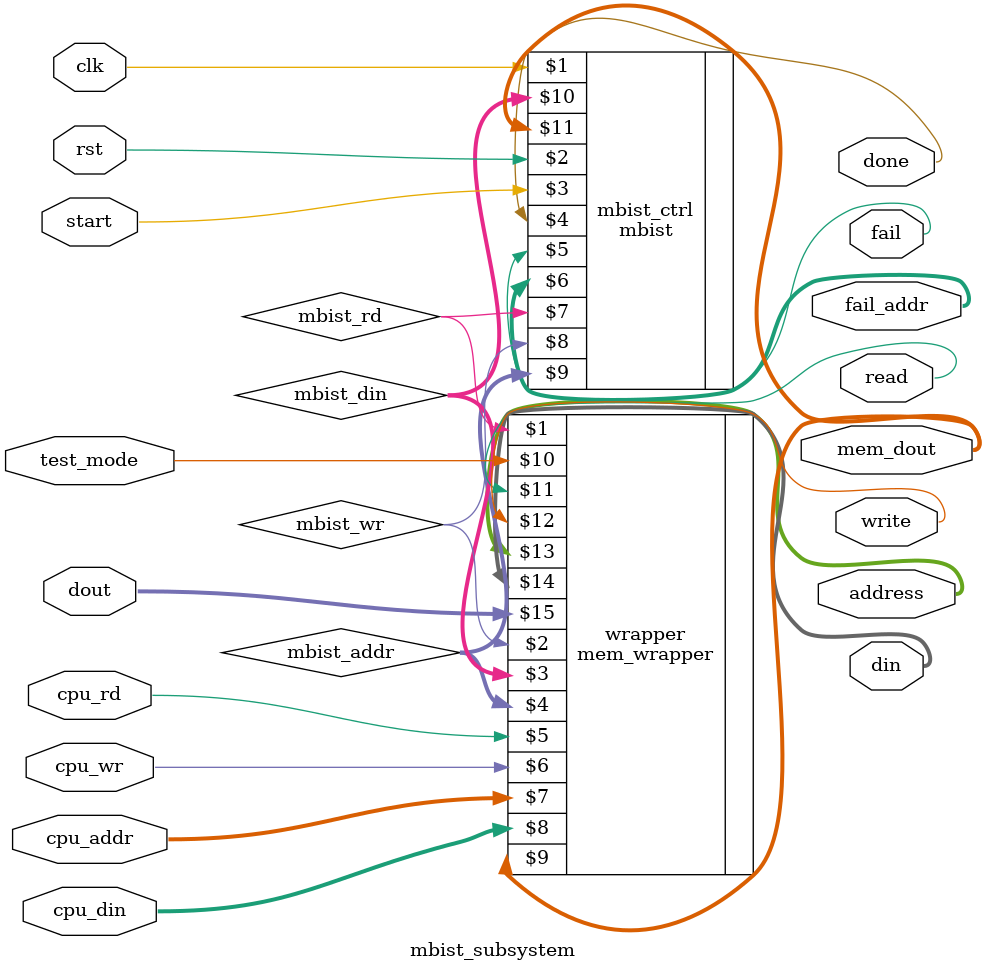
<source format=v>
`timescale 1ns / 1ps
module mbist_subsystem#(parameter addr=4 , data=8)
(test_mode,clk,rst,start,done,fail,fail_addr,
cpu_rd,cpu_wr,cpu_addr,cpu_din,
read,write,address,din,dout,mem_dout);

input clk,test_mode,rst,start,cpu_rd,cpu_wr;
input [addr-1:0] cpu_addr;
input [data-1:0] cpu_din,dout;
output done,fail,read,write;
output [addr-1:0] fail_addr,address;
output [data-1:0] din,mem_dout;

wire mbist_rd,mbist_wr;
wire [addr-1:0] mbist_addr;
wire [data-1:0] mbist_din;

mem_wrapper #(.addr(addr) ,.data(data)) wrapper (mbist_rd,mbist_wr,mbist_din,mbist_addr,
                                        cpu_rd,cpu_wr,cpu_addr,cpu_din,mem_dout,
                                        test_mode,read,write,address,din,dout);

mbist #(.addr(addr) ,.data(data)) mbist_ctrl (clk,rst,start,done,fail,fail_addr,
                                  mbist_rd,mbist_wr,mbist_addr,mbist_din,mem_dout);

endmodule

</source>
